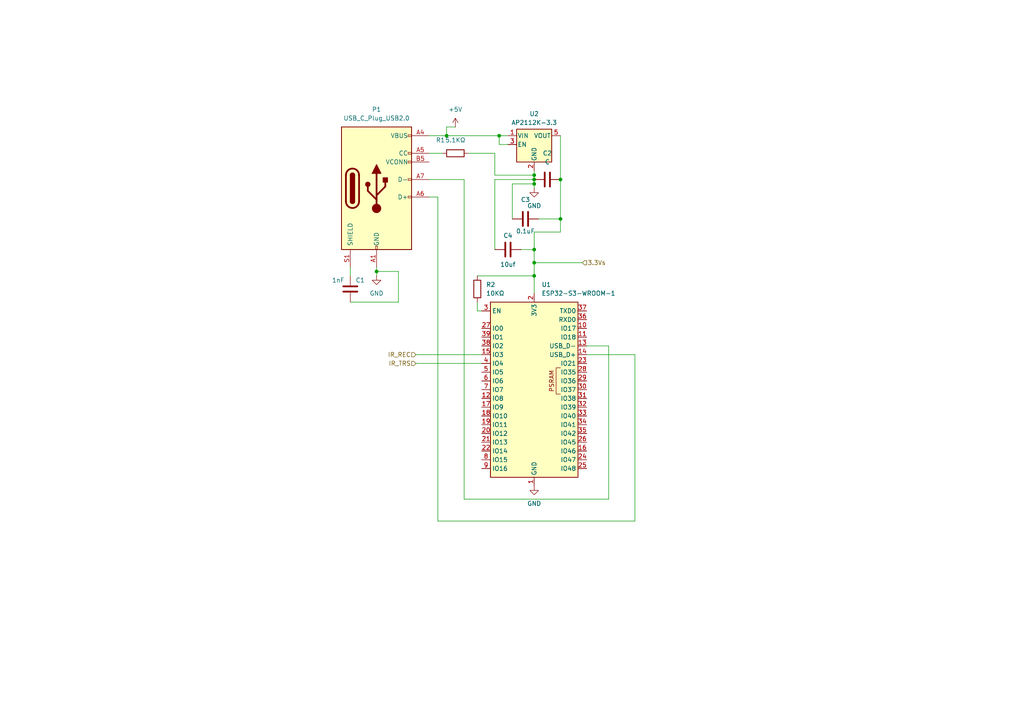
<source format=kicad_sch>
(kicad_sch (version 20250114) (generator "eeschema") (generator_version "9.0")
  (paper "A4")
  (lib_symbols
    (symbol "Connector:USB_C_Plug_USB2.0" (pin_names (offset 1.016))
      (property "Reference" "P" (at -10.16 19.05 0))
      (property "Value" "USB_C_Plug_USB2.0" (at 12.7 19.05 0))
      (symbol "USB_C_Plug_USB2.0_0_0"
        (rectangle (start -0.254 -17.78) (end 0.254 -16.764))
        (rectangle (start 10.16 15.494) (end 9.144 14.986))
        (rectangle (start 10.16 10.414) (end 9.144 9.906))
        (rectangle (start 10.16 7.874) (end 9.144 7.366))
        (rectangle (start 10.16 2.794) (end 9.144 2.286))
        (rectangle (start 10.16 -2.286) (end 9.144 -2.794))
      )
      (symbol "USB_C_Plug_USB2.0_0_1"
        (rectangle (start -10.16 17.78) (end 10.16 -17.78) (stroke (width 0.254)) (fill (type background)))
        (polyline (pts (xy -8.89 -3.81) (xy -8.89 3.81)) (stroke (width 0.508)))
        (rectangle (start -7.62 -3.81) (end -6.35 3.81) (stroke (width 0.254)) (fill (type outline)))
        (arc (start -7.62 3.81) (mid -6.985 4.4423) (end -6.35 3.81) (stroke (width 0.254)))
        (arc (start -7.62 3.81) (mid -6.985 4.4423) (end -6.35 3.81) (stroke (width 0.254)) (fill (type outline)))
        (arc (start -8.89 3.81) (mid -6.985 5.7067) (end -5.08 3.81) (stroke (width 0.508)))
        (arc (start -5.08 -3.81) (mid -6.985 -5.7067) (end -8.89 -3.81) (stroke (width 0.508)))
        (arc (start -6.35 -3.81) (mid -6.985 -4.4423) (end -7.62 -3.81) (stroke (width 0.254)))
        (arc (start -6.35 -3.81) (mid -6.985 -4.4423) (end -7.62 -3.81) (stroke (width 0.254)) (fill (type outline)))
        (polyline (pts (xy -5.08 3.81) (xy -5.08 -3.81)) (stroke (width 0.508)))
        (circle (center -2.54 1.143) (radius 0.635) (stroke (width 0.254)) (fill (type outline)))
        (polyline (pts (xy -1.27 4.318) (xy 0 6.858) (xy 1.27 4.318) (xy -1.27 4.318)) (stroke (width 0.254)) (fill (type outline)))
        (polyline (pts (xy 0 -2.032) (xy 2.54 0.508) (xy 2.54 1.778)) (stroke (width 0.508)))
        (polyline (pts (xy 0 -3.302) (xy -2.54 -0.762) (xy -2.54 0.508)) (stroke (width 0.508)))
        (polyline (pts (xy 0 -5.842) (xy 0 4.318)) (stroke (width 0.508)))
        (circle (center 0 -5.842) (radius 1.27) (fill (type outline)))
        (rectangle (start 1.905 1.778) (end 3.175 3.048) (stroke (width 0.254)) (fill (type outline)))
      )
      (symbol "USB_C_Plug_USB2.0_1_1"
        (pin passive line (at -7.62 -22.86 90) (length 5.08) (name "SHIELD") (number "S1"))
        (pin passive line (at 0 -22.86 90) (length 5.08) (name "GND") (number "A1"))
        (pin passive line (at 0 -22.86 90) (length 5.08) (hide yes) (name "GND") (number "A12"))
        (pin passive line (at 0 -22.86 90) (length 5.08) (hide yes) (name "GND") (number "B1"))
        (pin passive line (at 0 -22.86 90) (length 5.08) (hide yes) (name "GND") (number "B12"))
        (pin passive line (at 15.24 15.24 180) (length 5.08) (name "VBUS") (number "A4"))
        (pin passive line (at 15.24 15.24 180) (length 5.08) (hide yes) (name "VBUS") (number "A9"))
        (pin passive line (at 15.24 15.24 180) (length 5.08) (hide yes) (name "VBUS") (number "B4"))
        (pin passive line (at 15.24 15.24 180) (length 5.08) (hide yes) (name "VBUS") (number "B9"))
        (pin bidirectional line (at 15.24 10.16 180) (length 5.08) (name "CC") (number "A5"))
        (pin bidirectional line (at 15.24 7.62 180) (length 5.08) (name "VCONN") (number "B5"))
        (pin bidirectional line (at 15.24 2.54 180) (length 5.08) (name "D-") (number "A7"))
        (pin bidirectional line (at 15.24 -2.54 180) (length 5.08) (name "D+") (number "A6"))
      )
    )
    (symbol "Device:C" (pin_numbers (hide yes)) (pin_names (offset 0.254))
      (property "Reference" "C" (at 0.635 2.54 0))
      (property "Value" "C" (at 0.635 -2.54 0))
      (symbol "C_0_1"
        (polyline (pts (xy -2.032 0.762) (xy 2.032 0.762)) (stroke (width 0.508)))
        (polyline (pts (xy -2.032 -0.762) (xy 2.032 -0.762)) (stroke (width 0.508)))
      )
      (symbol "C_1_1"
        (pin passive line (at 0 3.81 270) (length 2.794) (name "~") (number "1"))
        (pin passive line (at 0 -3.81 90) (length 2.794) (name "~") (number "2"))
      )
    )
    (symbol "Device:R" (pin_numbers (hide yes)) (pin_names (offset 0))
      (property "Reference" "R" (at 2.032 0 90))
      (property "Value" "R" (at 0 0 90))
      (symbol "R_0_1"
        (rectangle (start -1.016 -2.54) (end 1.016 2.54) (stroke (width 0.254)))
      )
      (symbol "R_1_1"
        (pin passive line (at 0 3.81 270) (length 1.27) (name "~") (number "1"))
        (pin passive line (at 0 -3.81 90) (length 1.27) (name "~") (number "2"))
      )
    )
    (symbol "RF_Module:ESP32-S3-WROOM-1"
      (property "Reference" "U" (at -12.7 26.67 0))
      (property "Value" "ESP32-S3-WROOM-1" (at 12.7 26.67 0))
      (symbol "ESP32-S3-WROOM-1_0_0"
        (rectangle (start -12.7 25.4) (end 12.7 -25.4) (stroke (width 0.254)) (fill (type background)))
        (text "PSRAM" (at 5.08 2.54 900) (effects (font (size 1.27 1.27))))
      )
      (symbol "ESP32-S3-WROOM-1_0_1"
        (polyline (pts (xy 7.62 -1.27) (xy 6.35 -1.27) (xy 6.35 6.35) (xy 7.62 6.35)))
      )
      (symbol "ESP32-S3-WROOM-1_1_1"
        (pin input line (at -15.24 22.86 0) (length 2.54) (name "EN") (number "3"))
        (pin bidirectional line (at -15.24 17.78 0) (length 2.54) (name "IO0") (number "27"))
        (pin bidirectional line (at -15.24 15.24 0) (length 2.54) (name "IO1") (number "39"))
        (pin bidirectional line (at -15.24 12.7 0) (length 2.54) (name "IO2") (number "38"))
        (pin bidirectional line (at -15.24 10.16 0) (length 2.54) (name "IO3") (number "15"))
        (pin bidirectional line (at -15.24 7.62 0) (length 2.54) (name "IO4") (number "4"))
        (pin bidirectional line (at -15.24 5.08 0) (length 2.54) (name "IO5") (number "5"))
        (pin bidirectional line (at -15.24 2.54 0) (length 2.54) (name "IO6") (number "6"))
        (pin bidirectional line (at -15.24 0 0) (length 2.54) (name "IO7") (number "7"))
        (pin bidirectional line (at -15.24 -2.54 0) (length 2.54) (name "IO8") (number "12"))
        (pin bidirectional line (at -15.24 -5.08 0) (length 2.54) (name "IO9") (number "17"))
        (pin bidirectional line (at -15.24 -7.62 0) (length 2.54) (name "IO10") (number "18"))
        (pin bidirectional line (at -15.24 -10.16 0) (length 2.54) (name "IO11") (number "19"))
        (pin bidirectional line (at -15.24 -12.7 0) (length 2.54) (name "IO12") (number "20"))
        (pin bidirectional line (at -15.24 -15.24 0) (length 2.54) (name "IO13") (number "21"))
        (pin bidirectional line (at -15.24 -17.78 0) (length 2.54) (name "IO14") (number "22"))
        (pin bidirectional line (at -15.24 -20.32 0) (length 2.54) (name "IO15") (number "8"))
        (pin bidirectional line (at -15.24 -22.86 0) (length 2.54) (name "IO16") (number "9"))
        (pin power_in line (at 0 27.94 270) (length 2.54) (name "3V3") (number "2"))
        (pin power_in line (at 0 -27.94 90) (length 2.54) (name "GND") (number "1"))
        (pin passive line (at 0 -27.94 90) (length 2.54) (hide yes) (name "GND") (number "40"))
        (pin passive line (at 0 -27.94 90) (length 2.54) (hide yes) (name "GND") (number "41"))
        (pin bidirectional line (at 15.24 22.86 180) (length 2.54) (name "TXD0") (number "37"))
        (pin bidirectional line (at 15.24 20.32 180) (length 2.54) (name "RXD0") (number "36"))
        (pin bidirectional line (at 15.24 17.78 180) (length 2.54) (name "IO17") (number "10"))
        (pin bidirectional line (at 15.24 15.24 180) (length 2.54) (name "IO18") (number "11"))
        (pin bidirectional line (at 15.24 12.7 180) (length 2.54) (name "USB_D-") (number "13"))
        (pin bidirectional line (at 15.24 10.16 180) (length 2.54) (name "USB_D+") (number "14"))
        (pin bidirectional line (at 15.24 7.62 180) (length 2.54) (name "IO21") (number "23"))
        (pin bidirectional line (at 15.24 5.08 180) (length 2.54) (name "IO35") (number "28"))
        (pin bidirectional line (at 15.24 2.54 180) (length 2.54) (name "IO36") (number "29"))
        (pin bidirectional line (at 15.24 0 180) (length 2.54) (name "IO37") (number "30"))
        (pin bidirectional line (at 15.24 -2.54 180) (length 2.54) (name "IO38") (number "31"))
        (pin bidirectional line (at 15.24 -5.08 180) (length 2.54) (name "IO39") (number "32"))
        (pin bidirectional line (at 15.24 -7.62 180) (length 2.54) (name "IO40") (number "33"))
        (pin bidirectional line (at 15.24 -10.16 180) (length 2.54) (name "IO41") (number "34"))
        (pin bidirectional line (at 15.24 -12.7 180) (length 2.54) (name "IO42") (number "35"))
        (pin bidirectional line (at 15.24 -15.24 180) (length 2.54) (name "IO45") (number "26"))
        (pin bidirectional line (at 15.24 -17.78 180) (length 2.54) (name "IO46") (number "16"))
        (pin bidirectional line (at 15.24 -20.32 180) (length 2.54) (name "IO47") (number "24"))
        (pin bidirectional line (at 15.24 -22.86 180) (length 2.54) (name "IO48") (number "25"))
      )
    )
    (symbol "Regulator_Linear:AP2112K-3.3" (pin_names (offset 0.254))
      (property "Reference" "U" (at -5.08 5.715 0))
      (property "Value" "AP2112K-3.3" (at 0 5.715 0))
      (symbol "AP2112K-3.3_0_1"
        (rectangle (start -5.08 4.445) (end 5.08 -5.08) (stroke (width 0.254)) (fill (type background)))
      )
      (symbol "AP2112K-3.3_1_1"
        (pin power_in line (at -7.62 2.54 0) (length 2.54) (name "VIN") (number "1"))
        (pin input line (at -7.62 0 0) (length 2.54) (name "EN") (number "3"))
        (pin power_in line (at 0 -7.62 90) (length 2.54) (name "GND") (number "2"))
        (pin no_connect line (at 5.08 0 180) (length 2.54) (hide yes) (name "NC") (number "4"))
        (pin power_out line (at 7.62 2.54 180) (length 2.54) (name "VOUT") (number "5"))
      )
    )
    (symbol "power:+5V" (power) (pin_numbers (hide yes)) (pin_names (offset 0) (hide yes))
      (property "Value" "+5V" (at 0 3.556 0))
      (symbol "+5V_0_1"
        (polyline (pts (xy -0.762 1.27) (xy 0 2.54)))
        (polyline (pts (xy 0 2.54) (xy 0.762 1.27)))
        (polyline (pts (xy 0 0) (xy 0 2.54)))
      )
      (symbol "+5V_1_1"
        (pin power_in line (at 0 0 90) (length 0) (name "~") (number "1"))
      )
    )
    (symbol "power:GND" (power) (pin_numbers (hide yes)) (pin_names (offset 0) (hide yes))
      (property "Value" "GND" (at 0 -3.81 0))
      (symbol "GND_0_1"
        (polyline (pts (xy 0 0) (xy 0 -1.27) (xy 1.27 -1.27) (xy 0 -2.54) (xy -1.27 -1.27) (xy 0 -1.27)))
      )
      (symbol "GND_1_1"
        (pin power_in line (at 0 0 270) (length 0) (name "~") (number "1"))
      )
    )
  )
  (junction (at 162.56 63.5))
  (junction (at 162.56 52.07))
  (junction (at 109.22 78.74))
  (junction (at 154.94 50.8))
  (junction (at 154.94 76.2))
  (junction (at 154.94 72.39))
  (junction (at 154.94 80.01))
  (junction (at 129.54 39.37))
  (junction (at 144.78 39.37))
  (junction (at 154.94 53.34))
  (junction (at 154.94 52.07))
  (wire (pts (xy 162.56 52.07) (xy 162.56 63.5)))
  (wire (pts (xy 154.94 52.07) (xy 154.94 53.34)))
  (wire (pts (xy 154.94 67.31) (xy 154.94 72.39)))
  (wire (pts (xy 147.32 41.91) (xy 144.78 41.91)))
  (wire (pts (xy 124.46 52.07) (xy 134.62 52.07)))
  (wire (pts (xy 109.22 80.01) (xy 109.22 78.74)))
  (wire (pts (xy 138.43 87.63) (xy 138.43 90.17)))
  (wire (pts (xy 151.13 72.39) (xy 154.94 72.39)))
  (wire (pts (xy 154.94 72.39) (xy 154.94 76.2)))
  (wire (pts (xy 154.94 53.34) (xy 154.94 54.61)))
  (wire (pts (xy 101.6 77.47) (xy 101.6 80.01)))
  (wire (pts (xy 162.56 63.5) (xy 162.56 67.31)))
  (wire (pts (xy 154.94 80.01) (xy 154.94 85.09)))
  (wire (pts (xy 184.15 102.87) (xy 170.18 102.87)))
  (wire (pts (xy 154.94 50.8) (xy 154.94 52.07)))
  (wire (pts (xy 115.57 78.74) (xy 109.22 78.74)))
  (wire (pts (xy 176.53 100.33) (xy 170.18 100.33)))
  (wire (pts (xy 184.15 151.13) (xy 184.15 102.87)))
  (wire (pts (xy 124.46 44.45) (xy 128.27 44.45)))
  (wire (pts (xy 115.57 87.63) (xy 115.57 78.74)))
  (wire (pts (xy 127 151.13) (xy 184.15 151.13)))
  (wire (pts (xy 134.62 144.78) (xy 176.53 144.78)))
  (wire (pts (xy 135.89 44.45) (xy 143.51 44.45)))
  (wire (pts (xy 143.51 52.07) (xy 154.94 52.07)))
  (wire (pts (xy 124.46 57.15) (xy 127 57.15)))
  (wire (pts (xy 120.65 102.87) (xy 139.7 102.87)))
  (wire (pts (xy 144.78 39.37) (xy 147.32 39.37)))
  (wire (pts (xy 129.54 36.83) (xy 129.54 39.37)))
  (wire (pts (xy 143.51 44.45) (xy 143.51 50.8)))
  (wire (pts (xy 156.21 63.5) (xy 162.56 63.5)))
  (wire (pts (xy 154.94 76.2) (xy 154.94 80.01)))
  (wire (pts (xy 101.6 87.63) (xy 115.57 87.63)))
  (wire (pts (xy 129.54 39.37) (xy 144.78 39.37)))
  (wire (pts (xy 154.94 76.2) (xy 168.91 76.2)))
  (wire (pts (xy 143.51 50.8) (xy 154.94 50.8)))
  (wire (pts (xy 129.54 39.37) (xy 124.46 39.37)))
  (wire (pts (xy 162.56 67.31) (xy 154.94 67.31)))
  (wire (pts (xy 138.43 80.01) (xy 154.94 80.01)))
  (wire (pts (xy 120.65 105.41) (xy 139.7 105.41)))
  (wire (pts (xy 134.62 52.07) (xy 134.62 144.78)))
  (wire (pts (xy 162.56 39.37) (xy 162.56 52.07)))
  (wire (pts (xy 127 57.15) (xy 127 151.13)))
  (wire (pts (xy 154.94 49.53) (xy 154.94 50.8)))
  (wire (pts (xy 138.43 90.17) (xy 139.7 90.17)))
  (wire (pts (xy 148.59 63.5) (xy 148.59 53.34)))
  (wire (pts (xy 143.51 72.39) (xy 143.51 52.07)))
  (wire (pts (xy 129.54 36.83) (xy 132.08 36.83)))
  (wire (pts (xy 144.78 41.91) (xy 144.78 39.37)))
  (wire (pts (xy 148.59 53.34) (xy 154.94 53.34)))
  (wire (pts (xy 109.22 78.74) (xy 109.22 77.47)))
  (wire (pts (xy 176.53 144.78) (xy 176.53 100.33)))
  (hierarchical_label "3.3Vs" (shape input) (at 168.91 76.2 0))
  (hierarchical_label "IR_REC" (shape input) (at 120.65 102.87 180))
  (hierarchical_label "IR_TRS" (shape input) (at 120.65 105.41 180))
  (symbol (lib_id "Device:C") (at 152.4 63.5 90) (unit 1)
    (property "Reference" "C3" (at 152.4 57.912 90))
    (property "Value" "0.1uF" (at 152.4 67.056 90))
    (property "Description" "Unpolarized capacitor" (effects (hide yes)))
  )
  (symbol (lib_id "power:GND") (at 154.94 140.97 0) (unit 1)
    (property "Reference" "#PWR04" (effects (hide yes)))
    (property "Value" "GND" (at 154.94 146.05 0))
    (property "Description" "Power symbol creates a global label with name \"GND\" , ground" (effects (hide yes)))
  )
  (symbol (lib_id "Regulator_Linear:AP2112K-3.3") (at 154.94 41.91 0) (unit 1)
    (property "Reference" "U2" (at 154.94 33.02 0))
    (property "Value" "AP2112K-3.3" (at 154.94 35.56 0))
    (property "Footprint" "Package_TO_SOT_SMD:SOT-23-5" (effects (hide yes)))
    (property "Datasheet" "https://www.diodes.com/assets/Datasheets/AP2112.pdf" (effects (hide yes)))
    (property "Description" "600mA low dropout linear regulator, with enable pin, 3.8V-6V input voltage range, 3.3V fixed positive output, SOT-23-5" (effects (hide yes)))
  )
  (symbol (lib_id "Connector:USB_C_Plug_USB2.0") (at 109.22 54.61 0) (unit 1)
    (property "Reference" "P1" (at 109.22 31.75 0))
    (property "Value" "USB_C_Plug_USB2.0" (at 109.22 34.29 0))
    (property "Datasheet" "https://www.usb.org/sites/default/files/documents/usb_type-c.zip" (effects (hide yes)))
    (property "Description" "USB 2.0-only Type-C Plug connector" (effects (hide yes)))
  )
  (symbol (lib_id "Device:C") (at 158.75 52.07 90) (unit 1)
    (property "Reference" "C2" (at 158.75 44.45 90))
    (property "Value" "C" (at 158.75 46.99 90))
    (property "Description" "Unpolarized capacitor" (effects (hide yes)))
  )
  (symbol (lib_id "Device:R") (at 132.08 44.45 90) (unit 1)
    (property "Reference" "R1" (at 127.762 40.64 90))
    (property "Value" "5.1KΩ" (at 132.08 40.64 90))
    (property "Description" "Resistor" (effects (hide yes)))
  )
  (symbol (lib_id "Device:R") (at 138.43 83.82 0) (unit 1)
    (property "Reference" "R2" (at 140.97 82.5499 0) (effects (justify left)))
    (property "Value" "10KΩ" (at 140.97 85.0899 0) (effects (justify left)))
    (property "Description" "Resistor" (effects (hide yes)))
  )
  (symbol (lib_id "power:GND") (at 154.94 54.61 0) (unit 1)
    (property "Reference" "#PWR03" (effects (hide yes)))
    (property "Value" "GND" (at 154.94 59.69 0))
    (property "Description" "Power symbol creates a global label with name \"GND\" , ground" (effects (hide yes)))
  )
  (symbol (lib_id "Device:C") (at 147.32 72.39 90) (unit 1)
    (property "Reference" "C4" (at 147.32 68.326 90))
    (property "Value" "10uf" (at 147.32 76.708 90))
    (property "Description" "Unpolarized capacitor" (effects (hide yes)))
  )
  (symbol (lib_id "Device:C") (at 101.6 83.82 0) (unit 1)
    (property "Reference" "C1" (at 103.124 81.28 0) (effects (justify left)))
    (property "Value" "1nF" (at 96.266 81.28 0) (effects (justify left)))
    (property "Description" "Unpolarized capacitor" (effects (hide yes)))
  )
  (symbol (lib_id "RF_Module:ESP32-S3-WROOM-1") (at 154.94 113.03 0) (unit 1)
    (property "Reference" "U1" (at 157.0833 82.55 0) (effects (justify left)))
    (property "Value" "ESP32-S3-WROOM-1" (at 157.0833 85.09 0) (effects (justify left)))
    (property "Footprint" "Module:Arduino_Nano" (effects (hide yes)))
    (property "Datasheet" "https://www.espressif.com/sites/default/files/documentation/esp32-s3-wroom-1_wroom-1u_datasheet_en.pdf" (effects (hide yes)))
    (property "Description" "RF Module, ESP32-S3 SoC, Wi-Fi 802.11b/g/n, Bluetooth, BLE, 32-bit, 3.3V, onboard antenna, SMD" (effects (hide yes)))
  )
  (symbol (lib_id "power:GND") (at 109.22 80.01 0) (unit 1)
    (property "Reference" "#PWR02" (effects (hide yes)))
    (property "Value" "GND" (at 109.22 85.09 0))
    (property "Description" "Power symbol creates a global label with name \"GND\" , ground" (effects (hide yes)))
  )
  (symbol (lib_id "power:+5V") (at 132.08 36.83 0) (unit 1)
    (property "Reference" "#PWR01" (effects (hide yes)))
    (property "Value" "+5V" (at 132.08 31.75 0))
    (property "Description" "Power symbol creates a global label with name \"+5V\"" (effects (hide yes)))
  )
)
</source>
